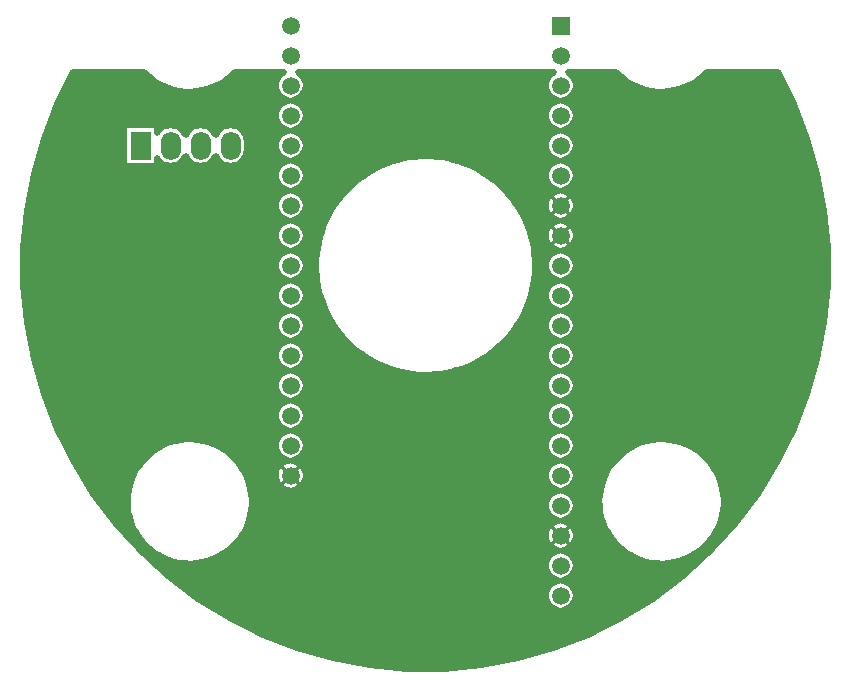
<source format=gbl>
G04 DipTrace 3.2.0.1*
G04 ddssl.GBL*
%MOIN*%
G04 #@! TF.FileFunction,Copper,L2,Bot*
G04 #@! TF.Part,Single*
G04 #@! TA.AperFunction,CopperBalancing*
%ADD14C,0.012992*%
%ADD15C,0.02*%
G04 #@! TA.AperFunction,ComponentPad*
%ADD16C,0.059055*%
%ADD17R,0.059055X0.059055*%
%ADD20R,0.066929X0.094488*%
%ADD21O,0.066929X0.094488*%
G04 #@! TA.AperFunction,ViaPad*
%ADD30C,0.04*%
%FSLAX26Y26*%
G04*
G70*
G90*
G75*
G01*
G04 Bottom*
%LPD*%
D30*
X-800000Y-350000D3*
X-750000Y-250000D3*
X-550000D3*
X-1000000Y-100000D3*
X850000Y-300000D3*
X-1125000Y300000D3*
X-975000Y100000D3*
Y50000D3*
X-825000D3*
X-625000D3*
X-775000Y100000D3*
X-575000D3*
X-1100000Y600000D3*
X0D3*
X1150000D3*
X-1000000Y-350000D3*
X0Y-1300000D3*
X-1300000Y0D3*
X-1050000Y-200000D3*
X1300000Y0D3*
X-400000Y-50000D3*
X-1183404Y624781D2*
D15*
X-917698D1*
X-655224D2*
X-495808D1*
X-404178D2*
X404203D1*
X495797D2*
X655213D1*
X917686D2*
X1182136D1*
X-1193308Y604912D2*
X-887879D1*
X-685045D2*
X-502088D1*
X-397899D2*
X397924D1*
X502076D2*
X685033D1*
X887867D2*
X1192041D1*
X-1203213Y585043D2*
X-836134D1*
X-736753D2*
X-500042D1*
X-399945D2*
X399933D1*
X500067D2*
X736778D1*
X836157D2*
X1201908D1*
X-1213080Y565175D2*
X-488344D1*
X-411678D2*
X411667D1*
X488332D2*
X1211812D1*
X-1222984Y545306D2*
X-473919D1*
X-426068D2*
X426093D1*
X473907D2*
X1221717D1*
X-1231417Y525437D2*
X-495413D1*
X-404573D2*
X404562D1*
X495438D2*
X1230114D1*
X-1239096Y505568D2*
X-502016D1*
X-397971D2*
X397995D1*
X502004D2*
X1237829D1*
X-1246811Y485699D2*
X-500257D1*
X-399730D2*
X399753D1*
X500247D2*
X1245508D1*
X-1254491Y465831D2*
X-1006261D1*
X-893747D2*
X-867353D1*
X-832672D2*
X-767344D1*
X-732663D2*
X-667335D1*
X-632654D2*
X-488954D1*
X-411033D2*
X411058D1*
X488942D2*
X1253223D1*
X-1262206Y445962D2*
X-1006261D1*
X-604304D2*
X-472520D1*
X-427504D2*
X427492D1*
X472508D2*
X1260903D1*
X-1269885Y426093D2*
X-1006261D1*
X-595155D2*
X-495018D1*
X-404969D2*
X404957D1*
X495043D2*
X1268617D1*
X-1275841Y406224D2*
X-1006261D1*
X-593719D2*
X-501944D1*
X-398042D2*
X398067D1*
X501933D2*
X1274538D1*
X-1281475Y386356D2*
X-1006261D1*
X-593719D2*
X-500437D1*
X-399550D2*
X399575D1*
X500425D2*
X1280209D1*
X-1287146Y366487D2*
X-1006261D1*
X-597451D2*
X-489564D1*
X-410458D2*
X410448D1*
X489552D2*
X1285878D1*
X-1292780Y346618D2*
X-1006261D1*
X-810890D2*
X-789089D1*
X-710917D2*
X-689115D1*
X-610908D2*
X-470976D1*
X-429046D2*
X-114646D1*
X114635D2*
X429035D1*
X470965D2*
X1291512D1*
X-1298449Y326749D2*
X-494623D1*
X-405364D2*
X-163449D1*
X163437D2*
X405387D1*
X494613D2*
X1297181D1*
X-1304083Y306881D2*
X-501873D1*
X-398151D2*
X-198615D1*
X198604D2*
X398139D1*
X501861D2*
X1302815D1*
X-1308101Y287012D2*
X-500617D1*
X-399370D2*
X-226640D1*
X226630D2*
X399395D1*
X500605D2*
X1306798D1*
X-1311798Y267143D2*
X-490138D1*
X-409885D2*
X-249929D1*
X249919D2*
X409873D1*
X490127D2*
X1310530D1*
X-1315529Y247274D2*
X-469253D1*
X-430734D2*
X-269738D1*
X269762D2*
X430722D1*
X469278D2*
X1314226D1*
X-1319226Y227406D2*
X-494230D1*
X-405794D2*
X-286819D1*
X286807D2*
X405782D1*
X494218D2*
X1317958D1*
X-1322958Y207537D2*
X-501765D1*
X-398222D2*
X-301602D1*
X301592D2*
X398247D1*
X501753D2*
X1321655D1*
X-1326654Y187668D2*
X-500795D1*
X-399190D2*
X-314413D1*
X314438D2*
X399215D1*
X500785D2*
X1325386D1*
X-1329022Y167799D2*
X-490677D1*
X-409310D2*
X-325538D1*
X325526D2*
X409335D1*
X490665D2*
X1327755D1*
X-1330852Y147930D2*
X-467352D1*
X-432635D2*
X-335083D1*
X335108D2*
X432659D1*
X467340D2*
X1329585D1*
X-1332718Y128062D2*
X-493762D1*
X-406224D2*
X-343228D1*
X343217D2*
X406213D1*
X493787D2*
X1331415D1*
X-1334549Y108193D2*
X-501657D1*
X-398329D2*
X-350046D1*
X350035D2*
X398354D1*
X501646D2*
X1333245D1*
X-1336378Y88324D2*
X-500940D1*
X-399047D2*
X-355609D1*
X355597D2*
X399035D1*
X500963D2*
X1335110D1*
X-1338209Y68455D2*
X-491215D1*
X-408772D2*
X-359987D1*
X359975D2*
X408797D1*
X491203D2*
X1336941D1*
X-1339123Y48587D2*
X-465127D1*
X-434860D2*
X-363217D1*
X363205D2*
X434885D1*
X465115D2*
X1337839D1*
X-1339123Y28718D2*
X-493332D1*
X-406655D2*
X-365333D1*
X365322D2*
X406680D1*
X493320D2*
X1337839D1*
X-1339123Y8849D2*
X-501550D1*
X-398474D2*
X-366337D1*
X366362D2*
X398462D1*
X501538D2*
X1337839D1*
X-1339123Y-11020D2*
X-501119D1*
X-398904D2*
X-366302D1*
X366290D2*
X398892D1*
X501108D2*
X1337839D1*
X-1339123Y-30888D2*
X-491718D1*
X-408269D2*
X-365154D1*
X365142D2*
X408259D1*
X491741D2*
X1337839D1*
X-1339123Y-50757D2*
X-462400D1*
X-437623D2*
X-362892D1*
X362917D2*
X437612D1*
X462388D2*
X1337839D1*
X-1338604Y-70626D2*
X-492866D1*
X-407121D2*
X-359555D1*
X359545D2*
X407146D1*
X492854D2*
X1337336D1*
X-1336773Y-90495D2*
X-501406D1*
X-398581D2*
X-355034D1*
X355059D2*
X398570D1*
X501430D2*
X1335505D1*
X-1334942Y-110364D2*
X-501262D1*
X-398760D2*
X-349365D1*
X349353D2*
X398749D1*
X501251D2*
X1333639D1*
X-1333113Y-130232D2*
X-492219D1*
X-407768D2*
X-342403D1*
X342391D2*
X407756D1*
X492244D2*
X1331810D1*
X-1331247Y-150101D2*
X-458560D1*
X-441467D2*
X-334114D1*
X334102D2*
X441451D1*
X458567D2*
X1329979D1*
X-1329417Y-169970D2*
X-492399D1*
X-407623D2*
X-324390D1*
X324413D2*
X407613D1*
X492387D2*
X1328150D1*
X-1327444Y-189839D2*
X-501298D1*
X-398724D2*
X-313122D1*
X313110D2*
X398713D1*
X501287D2*
X1326176D1*
X-1323747Y-209707D2*
X-501370D1*
X-398617D2*
X-300096D1*
X300084D2*
X398605D1*
X501395D2*
X1322444D1*
X-1320014Y-229576D2*
X-492722D1*
X-407265D2*
X-285060D1*
X285084D2*
X407289D1*
X492710D2*
X1318748D1*
X-1316319Y-249445D2*
X-461395D1*
X-438627D2*
X-267728D1*
X267717D2*
X438617D1*
X461383D2*
X1315016D1*
X-1312587Y-269314D2*
X-491896D1*
X-408126D2*
X-247562D1*
X247550D2*
X408114D1*
X491886D2*
X1311320D1*
X-1308891Y-289182D2*
X-501155D1*
X-398832D2*
X-223841D1*
X223831D2*
X398857D1*
X501143D2*
X1307588D1*
X-1305159Y-309051D2*
X-501513D1*
X-398509D2*
X-195171D1*
X195194D2*
X398497D1*
X501503D2*
X1303891D1*
X-1299669Y-328920D2*
X-493189D1*
X-406798D2*
X-158999D1*
X158988D2*
X406823D1*
X493177D2*
X1298365D1*
X-1293999Y-348789D2*
X-464337D1*
X-435650D2*
X-107720D1*
X107745D2*
X435638D1*
X464362D2*
X1292731D1*
X-1288329Y-368657D2*
X-491394D1*
X-408629D2*
X408617D1*
X491383D2*
X1287062D1*
X-1282696Y-388526D2*
X-501012D1*
X-399012D2*
X399000D1*
X501000D2*
X1281392D1*
X-1277026Y-408395D2*
X-501621D1*
X-398366D2*
X398390D1*
X501610D2*
X1275759D1*
X-1271392Y-428264D2*
X-493655D1*
X-406367D2*
X406357D1*
X493643D2*
X1270089D1*
X-1263820Y-448133D2*
X-466706D1*
X-433316D2*
X433306D1*
X466694D2*
X1262552D1*
X-1256142Y-468001D2*
X-490856D1*
X-409167D2*
X409155D1*
X490845D2*
X1254837D1*
X-1248427Y-487870D2*
X-500832D1*
X-399155D2*
X399143D1*
X500856D2*
X1247159D1*
X-1240747Y-507739D2*
X-501728D1*
X-398259D2*
X398282D1*
X501718D2*
X1239444D1*
X-1233031Y-527608D2*
X-494085D1*
X-405937D2*
X405925D1*
X494073D2*
X1231764D1*
X-1225101Y-547476D2*
X-468715D1*
X-431307D2*
X431295D1*
X468703D2*
X1223798D1*
X-1215197Y-567345D2*
X-490282D1*
X-409705D2*
X409693D1*
X490306D2*
X1213930D1*
X-1205293Y-587214D2*
X-844530D1*
X-728392D2*
X-500688D1*
X-399335D2*
X399323D1*
X500677D2*
X728381D1*
X844520D2*
X1204026D1*
X-1195425Y-607083D2*
X-891718D1*
X-681169D2*
X-501836D1*
X-398186D2*
X398175D1*
X501825D2*
X681193D1*
X891743D2*
X1194122D1*
X-1185521Y-626951D2*
X-920354D1*
X-652533D2*
X-494516D1*
X-405507D2*
X405495D1*
X494505D2*
X652558D1*
X920378D2*
X1184253D1*
X-1175617Y-646820D2*
X-941239D1*
X-631685D2*
X-470474D1*
X-429549D2*
X429538D1*
X470462D2*
X631673D1*
X941227D2*
X1174349D1*
X-1164457Y-666689D2*
X-957278D1*
X-615644D2*
X-489744D1*
X-410280D2*
X410268D1*
X489732D2*
X615633D1*
X957268D2*
X1163190D1*
X-1152148Y-686558D2*
X-969731D1*
X-603193D2*
X-500509D1*
X-399514D2*
X399503D1*
X500497D2*
X603181D1*
X969719D2*
X1150882D1*
X-1139840Y-706427D2*
X-979348D1*
X-593576D2*
X-501908D1*
X-398079D2*
X398067D1*
X501933D2*
X593564D1*
X979336D2*
X1138573D1*
X-1127568Y-726295D2*
X-986488D1*
X-586399D2*
X-494911D1*
X-405076D2*
X405100D1*
X494899D2*
X586423D1*
X986513D2*
X1126265D1*
X-1115260Y-746164D2*
X-991476D1*
X-581446D2*
X-472052D1*
X-427970D2*
X427958D1*
X472041D2*
X581436D1*
X991465D2*
X1113957D1*
X-1102341Y-766033D2*
X-994419D1*
X-578469D2*
X410878D1*
X489122D2*
X578492D1*
X994444D2*
X1101075D1*
X-1087343Y-785902D2*
X-995424D1*
X-577463D2*
X399682D1*
X500318D2*
X577488D1*
X995448D2*
X1086075D1*
X-1072343Y-805770D2*
X-994526D1*
X-578361D2*
X397995D1*
X502004D2*
X578385D1*
X994551D2*
X1071039D1*
X-1057343Y-825639D2*
X-991692D1*
X-581231D2*
X404706D1*
X495294D2*
X581220D1*
X991680D2*
X1056039D1*
X-1042344Y-845508D2*
X-986848D1*
X-586076D2*
X426524D1*
X473476D2*
X586064D1*
X986836D2*
X1041039D1*
X-1026554Y-865377D2*
X-979814D1*
X-593109D2*
X411488D1*
X488512D2*
X593097D1*
X979802D2*
X1025287D1*
X-1008433Y-885245D2*
X-970340D1*
X-602583D2*
X399898D1*
X500102D2*
X602571D1*
X970329D2*
X1007165D1*
X-990346Y-905114D2*
X-958033D1*
X-614854D2*
X397924D1*
X502076D2*
X614879D1*
X958056D2*
X989043D1*
X-972226Y-924983D2*
X-942243D1*
X-630680D2*
X404311D1*
X495689D2*
X630668D1*
X942232D2*
X970923D1*
X-954104Y-944852D2*
X-921681D1*
X-651206D2*
X425160D1*
X474840D2*
X651230D1*
X921706D2*
X952836D1*
X-933650Y-964720D2*
X-893656D1*
X-679266D2*
X412098D1*
X487902D2*
X679291D1*
X893644D2*
X932383D1*
X-911869Y-984589D2*
X-848335D1*
X-724589D2*
X400076D1*
X499924D2*
X724577D1*
X848323D2*
X910566D1*
X-890051Y-1004458D2*
X397887D1*
X502112D2*
X888783D1*
X-868269Y-1024327D2*
X403951D1*
X496047D2*
X867001D1*
X-844513Y-1044196D2*
X423940D1*
X476060D2*
X843247D1*
X-818210Y-1064064D2*
X412780D1*
X487220D2*
X816907D1*
X-791907Y-1083933D2*
X400291D1*
X499707D2*
X790604D1*
X-765568Y-1103802D2*
X397816D1*
X502184D2*
X764301D1*
X-735390Y-1123671D2*
X403593D1*
X496407D2*
X734087D1*
X-703273Y-1143539D2*
X422756D1*
X477244D2*
X702007D1*
X-671193Y-1163408D2*
X669925D1*
X-636063Y-1183277D2*
X634795D1*
X-596159Y-1203146D2*
X594892D1*
X-556256Y-1223014D2*
X554988D1*
X-509427Y-1242883D2*
X508123D1*
X-458113Y-1262752D2*
X456845D1*
X-400231Y-1282621D2*
X398965D1*
X-330402Y-1302490D2*
X329134D1*
X-236923Y-1322358D2*
X235655D1*
X-76341Y-1342227D2*
X75038D1*
X-399828Y596051D2*
X-401063Y588251D1*
X-403504Y580740D1*
X-407089Y573703D1*
X-411731Y567315D1*
X-417315Y561731D1*
X-423703Y557089D1*
X-430740Y553504D1*
X-438251Y551063D1*
X-444442Y550018D1*
X-438251Y548937D1*
X-430740Y546496D1*
X-423703Y542911D1*
X-417315Y538269D1*
X-411731Y532685D1*
X-407089Y526297D1*
X-403504Y519260D1*
X-401063Y511749D1*
X-399828Y503949D1*
Y496051D1*
X-401063Y488251D1*
X-403504Y480740D1*
X-407089Y473703D1*
X-411731Y467315D1*
X-417315Y461731D1*
X-423703Y457089D1*
X-430740Y453504D1*
X-438251Y451063D1*
X-444442Y450018D1*
X-438251Y448937D1*
X-430740Y446496D1*
X-423703Y442911D1*
X-417315Y438269D1*
X-411731Y432685D1*
X-407089Y426297D1*
X-403504Y419260D1*
X-401063Y411749D1*
X-399828Y403949D1*
Y396051D1*
X-401063Y388251D1*
X-403504Y380740D1*
X-407089Y373703D1*
X-411731Y367315D1*
X-417315Y361731D1*
X-423703Y357089D1*
X-430740Y353504D1*
X-438251Y351063D1*
X-444442Y350018D1*
X-438251Y348937D1*
X-430740Y346496D1*
X-423703Y342911D1*
X-417315Y338269D1*
X-411731Y332685D1*
X-407089Y326297D1*
X-403504Y319260D1*
X-401063Y311749D1*
X-399828Y303949D1*
Y296051D1*
X-401063Y288251D1*
X-403504Y280740D1*
X-407089Y273703D1*
X-411731Y267315D1*
X-417315Y261731D1*
X-423703Y257089D1*
X-430740Y253504D1*
X-438251Y251063D1*
X-444442Y250018D1*
X-438251Y248937D1*
X-430740Y246496D1*
X-423703Y242911D1*
X-417315Y238269D1*
X-411731Y232685D1*
X-407089Y226297D1*
X-403504Y219260D1*
X-401063Y211749D1*
X-399828Y203949D1*
Y196051D1*
X-401063Y188251D1*
X-403504Y180740D1*
X-407089Y173703D1*
X-411731Y167315D1*
X-417315Y161731D1*
X-423703Y157089D1*
X-430740Y153504D1*
X-438251Y151063D1*
X-444442Y150018D1*
X-438251Y148937D1*
X-430740Y146496D1*
X-423703Y142911D1*
X-417315Y138269D1*
X-411731Y132685D1*
X-407089Y126297D1*
X-403504Y119260D1*
X-401063Y111749D1*
X-399828Y103949D1*
Y96051D1*
X-401063Y88251D1*
X-403504Y80740D1*
X-407089Y73703D1*
X-411731Y67315D1*
X-417315Y61731D1*
X-423703Y57089D1*
X-430740Y53504D1*
X-438251Y51063D1*
X-444442Y50018D1*
X-438251Y48937D1*
X-430740Y46496D1*
X-423703Y42911D1*
X-417315Y38269D1*
X-411731Y32685D1*
X-407089Y26297D1*
X-403504Y19260D1*
X-401063Y11749D1*
X-399828Y3949D1*
Y-3949D1*
X-401063Y-11749D1*
X-403504Y-19260D1*
X-407089Y-26297D1*
X-411731Y-32685D1*
X-417315Y-38269D1*
X-423703Y-42911D1*
X-430740Y-46496D1*
X-438251Y-48937D1*
X-444442Y-49982D1*
X-438251Y-51063D1*
X-430740Y-53504D1*
X-423703Y-57089D1*
X-417315Y-61731D1*
X-411731Y-67315D1*
X-407089Y-73703D1*
X-403504Y-80740D1*
X-401063Y-88251D1*
X-399828Y-96051D1*
Y-103949D1*
X-401063Y-111749D1*
X-403504Y-119260D1*
X-407089Y-126297D1*
X-411731Y-132685D1*
X-417315Y-138269D1*
X-423703Y-142911D1*
X-430740Y-146496D1*
X-438251Y-148937D1*
X-444442Y-149982D1*
X-438251Y-151063D1*
X-430740Y-153504D1*
X-423703Y-157089D1*
X-417315Y-161731D1*
X-411731Y-167315D1*
X-407089Y-173703D1*
X-403504Y-180740D1*
X-401063Y-188251D1*
X-399828Y-196051D1*
Y-203949D1*
X-401063Y-211749D1*
X-403504Y-219260D1*
X-407089Y-226297D1*
X-411731Y-232685D1*
X-417315Y-238269D1*
X-423703Y-242911D1*
X-430740Y-246496D1*
X-438251Y-248937D1*
X-444442Y-249982D1*
X-438251Y-251063D1*
X-430740Y-253504D1*
X-423703Y-257089D1*
X-417315Y-261731D1*
X-411731Y-267315D1*
X-407089Y-273703D1*
X-403504Y-280740D1*
X-401063Y-288251D1*
X-399828Y-296051D1*
Y-303949D1*
X-401063Y-311749D1*
X-403504Y-319260D1*
X-407089Y-326297D1*
X-411731Y-332685D1*
X-417315Y-338269D1*
X-423703Y-342911D1*
X-430740Y-346496D1*
X-438251Y-348937D1*
X-444442Y-349982D1*
X-438251Y-351063D1*
X-430740Y-353504D1*
X-423703Y-357089D1*
X-417315Y-361731D1*
X-411731Y-367315D1*
X-407089Y-373703D1*
X-403504Y-380740D1*
X-401063Y-388251D1*
X-399828Y-396051D1*
Y-403949D1*
X-401063Y-411749D1*
X-403504Y-419260D1*
X-407089Y-426297D1*
X-411731Y-432685D1*
X-417315Y-438269D1*
X-423703Y-442911D1*
X-430740Y-446496D1*
X-438251Y-448937D1*
X-444442Y-449982D1*
X-438251Y-451063D1*
X-430740Y-453504D1*
X-423703Y-457089D1*
X-417315Y-461731D1*
X-411731Y-467315D1*
X-407089Y-473703D1*
X-403504Y-480740D1*
X-401063Y-488251D1*
X-399828Y-496051D1*
Y-503949D1*
X-401063Y-511749D1*
X-403504Y-519260D1*
X-407089Y-526297D1*
X-411731Y-532685D1*
X-417315Y-538269D1*
X-423703Y-542911D1*
X-430740Y-546496D1*
X-438251Y-548937D1*
X-444442Y-549982D1*
X-438251Y-551063D1*
X-430740Y-553504D1*
X-423703Y-557089D1*
X-417315Y-561731D1*
X-411731Y-567315D1*
X-407089Y-573703D1*
X-403504Y-580740D1*
X-401063Y-588251D1*
X-399828Y-596051D1*
Y-603949D1*
X-401063Y-611749D1*
X-403504Y-619260D1*
X-407089Y-626297D1*
X-411731Y-632685D1*
X-417315Y-638269D1*
X-423703Y-642911D1*
X-430740Y-646496D1*
X-438251Y-648937D1*
X-444442Y-649982D1*
X-437429Y-651268D1*
X-430471Y-653615D1*
X-423930Y-656950D1*
X-417944Y-661202D1*
X-412639Y-666280D1*
X-408131Y-672075D1*
X-404513Y-678465D1*
X-401864Y-685312D1*
X-400239Y-692472D1*
X-399672Y-700000D1*
X-400209Y-707323D1*
X-401803Y-714490D1*
X-404425Y-721349D1*
X-408016Y-727753D1*
X-412501Y-733567D1*
X-417785Y-738665D1*
X-423753Y-742942D1*
X-430281Y-746303D1*
X-437228Y-748680D1*
X-444448Y-750021D1*
X-451785Y-750295D1*
X-459084Y-749501D1*
X-466190Y-747652D1*
X-472951Y-744789D1*
X-479224Y-740972D1*
X-484875Y-736285D1*
X-489783Y-730824D1*
X-493845Y-724706D1*
X-496974Y-718064D1*
X-499102Y-711037D1*
X-500186Y-703774D1*
X-500201Y-696432D1*
X-499147Y-689165D1*
X-497047Y-682130D1*
X-493948Y-675474D1*
X-489911Y-669340D1*
X-485025Y-663860D1*
X-479392Y-659148D1*
X-473136Y-655306D1*
X-466386Y-652415D1*
X-459287Y-650537D1*
X-455734Y-650001D1*
X-461749Y-648937D1*
X-469260Y-646496D1*
X-476297Y-642911D1*
X-482685Y-638269D1*
X-488269Y-632685D1*
X-492911Y-626297D1*
X-496496Y-619260D1*
X-498937Y-611749D1*
X-500172Y-603949D1*
Y-596051D1*
X-498937Y-588251D1*
X-496496Y-580740D1*
X-492911Y-573703D1*
X-488269Y-567315D1*
X-482685Y-561731D1*
X-476297Y-557089D1*
X-469260Y-553504D1*
X-461749Y-551063D1*
X-455558Y-550018D1*
X-461749Y-548937D1*
X-469260Y-546496D1*
X-476297Y-542911D1*
X-482685Y-538269D1*
X-488269Y-532685D1*
X-492911Y-526297D1*
X-496496Y-519260D1*
X-498937Y-511749D1*
X-500172Y-503949D1*
Y-496051D1*
X-498937Y-488251D1*
X-496496Y-480740D1*
X-492911Y-473703D1*
X-488269Y-467315D1*
X-482685Y-461731D1*
X-476297Y-457089D1*
X-469260Y-453504D1*
X-461749Y-451063D1*
X-455558Y-450018D1*
X-461749Y-448937D1*
X-469260Y-446496D1*
X-476297Y-442911D1*
X-482685Y-438269D1*
X-488269Y-432685D1*
X-492911Y-426297D1*
X-496496Y-419260D1*
X-498937Y-411749D1*
X-500172Y-403949D1*
Y-396051D1*
X-498937Y-388251D1*
X-496496Y-380740D1*
X-492911Y-373703D1*
X-488269Y-367315D1*
X-482685Y-361731D1*
X-476297Y-357089D1*
X-469260Y-353504D1*
X-461749Y-351063D1*
X-455558Y-350018D1*
X-461749Y-348937D1*
X-469260Y-346496D1*
X-476297Y-342911D1*
X-482685Y-338269D1*
X-488269Y-332685D1*
X-492911Y-326297D1*
X-496496Y-319260D1*
X-498937Y-311749D1*
X-500172Y-303949D1*
Y-296051D1*
X-498937Y-288251D1*
X-496496Y-280740D1*
X-492911Y-273703D1*
X-488269Y-267315D1*
X-482685Y-261731D1*
X-476297Y-257089D1*
X-469260Y-253504D1*
X-461749Y-251063D1*
X-455558Y-250018D1*
X-461749Y-248937D1*
X-469260Y-246496D1*
X-476297Y-242911D1*
X-482685Y-238269D1*
X-488269Y-232685D1*
X-492911Y-226297D1*
X-496496Y-219260D1*
X-498937Y-211749D1*
X-500172Y-203949D1*
Y-196051D1*
X-498937Y-188251D1*
X-496496Y-180740D1*
X-492911Y-173703D1*
X-488269Y-167315D1*
X-482685Y-161731D1*
X-476297Y-157089D1*
X-469260Y-153504D1*
X-461749Y-151063D1*
X-455558Y-150018D1*
X-461749Y-148937D1*
X-469260Y-146496D1*
X-476297Y-142911D1*
X-482685Y-138269D1*
X-488269Y-132685D1*
X-492911Y-126297D1*
X-496496Y-119260D1*
X-498937Y-111749D1*
X-500172Y-103949D1*
Y-96051D1*
X-498937Y-88251D1*
X-496496Y-80740D1*
X-492911Y-73703D1*
X-488269Y-67315D1*
X-482685Y-61731D1*
X-476297Y-57089D1*
X-469260Y-53504D1*
X-461749Y-51063D1*
X-455558Y-50018D1*
X-461749Y-48937D1*
X-469260Y-46496D1*
X-476297Y-42911D1*
X-482685Y-38269D1*
X-488269Y-32685D1*
X-492911Y-26297D1*
X-496496Y-19260D1*
X-498937Y-11749D1*
X-500172Y-3949D1*
Y3949D1*
X-498937Y11749D1*
X-496496Y19260D1*
X-492911Y26297D1*
X-488269Y32685D1*
X-482685Y38269D1*
X-476297Y42911D1*
X-469260Y46496D1*
X-461749Y48937D1*
X-455558Y49982D1*
X-461749Y51063D1*
X-469260Y53504D1*
X-476297Y57089D1*
X-482685Y61731D1*
X-488269Y67315D1*
X-492911Y73703D1*
X-496496Y80740D1*
X-498937Y88251D1*
X-500172Y96051D1*
Y103949D1*
X-498937Y111749D1*
X-496496Y119260D1*
X-492911Y126297D1*
X-488269Y132685D1*
X-482685Y138269D1*
X-476297Y142911D1*
X-469260Y146496D1*
X-461749Y148937D1*
X-455558Y149982D1*
X-461749Y151063D1*
X-469260Y153504D1*
X-476297Y157089D1*
X-482685Y161731D1*
X-488269Y167315D1*
X-492911Y173703D1*
X-496496Y180740D1*
X-498937Y188251D1*
X-500172Y196051D1*
Y203949D1*
X-498937Y211749D1*
X-496496Y219260D1*
X-492911Y226297D1*
X-488269Y232685D1*
X-482685Y238269D1*
X-476297Y242911D1*
X-469260Y246496D1*
X-461749Y248937D1*
X-455558Y249982D1*
X-461749Y251063D1*
X-469260Y253504D1*
X-476297Y257089D1*
X-482685Y261731D1*
X-488269Y267315D1*
X-492911Y273703D1*
X-496496Y280740D1*
X-498937Y288251D1*
X-500172Y296051D1*
Y303949D1*
X-498937Y311749D1*
X-496496Y319260D1*
X-492911Y326297D1*
X-488269Y332685D1*
X-482685Y338269D1*
X-476297Y342911D1*
X-469260Y346496D1*
X-461749Y348937D1*
X-455558Y349982D1*
X-461749Y351063D1*
X-469260Y353504D1*
X-476297Y357089D1*
X-482685Y361731D1*
X-488269Y367315D1*
X-492911Y373703D1*
X-496496Y380740D1*
X-498937Y388251D1*
X-500172Y396051D1*
Y403949D1*
X-498937Y411749D1*
X-496496Y419260D1*
X-492911Y426297D1*
X-488269Y432685D1*
X-482685Y438269D1*
X-476297Y442911D1*
X-469260Y446496D1*
X-461749Y448937D1*
X-455558Y449982D1*
X-461749Y451063D1*
X-469260Y453504D1*
X-476297Y457089D1*
X-482685Y461731D1*
X-488269Y467315D1*
X-492911Y473703D1*
X-496496Y480740D1*
X-498937Y488251D1*
X-500172Y496051D1*
Y503949D1*
X-498937Y511749D1*
X-496496Y519260D1*
X-492911Y526297D1*
X-488269Y532685D1*
X-482685Y538269D1*
X-476297Y542911D1*
X-469260Y546496D1*
X-461749Y548937D1*
X-455558Y549982D1*
X-461749Y551063D1*
X-469260Y553504D1*
X-476297Y557089D1*
X-482685Y561731D1*
X-488269Y567315D1*
X-492911Y573703D1*
X-496496Y580740D1*
X-498937Y588251D1*
X-500172Y596051D1*
Y603949D1*
X-498937Y611749D1*
X-496496Y619260D1*
X-492911Y626297D1*
X-488269Y632685D1*
X-482685Y638269D1*
X-476297Y642911D1*
X-473185Y644654D1*
X-635703Y644650D1*
X-648808Y631879D1*
X-663054Y620285D1*
X-678270Y610000D1*
X-694339Y601104D1*
X-711133Y593668D1*
X-728520Y587749D1*
X-746362Y583395D1*
X-764521Y580640D1*
X-782853Y579507D1*
X-801213Y580001D1*
X-819457Y582123D1*
X-837441Y585853D1*
X-855024Y591161D1*
X-872066Y598009D1*
X-888434Y606340D1*
X-904000Y616089D1*
X-918640Y627180D1*
X-932239Y639525D1*
X-937196Y644665D1*
X-1175545Y644650D1*
X-1228223Y538810D1*
X-1272996Y423231D1*
X-1306916Y304013D1*
X-1329690Y182176D1*
X-1341125Y58756D1*
X-1341123Y-65193D1*
X-1329685Y-188613D1*
X-1306908Y-310450D1*
X-1272987Y-429667D1*
X-1228210Y-545245D1*
X-1172959Y-656198D1*
X-1107709Y-761581D1*
X-1033010Y-860493D1*
X-949507Y-952091D1*
X-857907Y-1035592D1*
X-758993Y-1110287D1*
X-653609Y-1175537D1*
X-542654Y-1230783D1*
X-427075Y-1275556D1*
X-307857Y-1309476D1*
X-186020Y-1332251D1*
X-62600Y-1343685D1*
X61349Y-1343684D1*
X184769Y-1332247D1*
X306606Y-1309469D1*
X425823Y-1275547D1*
X541402Y-1230772D1*
X652354Y-1175522D1*
X757738Y-1110270D1*
X856650Y-1035572D1*
X948248Y-952068D1*
X1031749Y-860469D1*
X1106445Y-761555D1*
X1171694Y-656171D1*
X1226941Y-545215D1*
X1271714Y-429636D1*
X1305634Y-310420D1*
X1328408Y-188581D1*
X1339844Y-65161D1*
X1339843Y58786D1*
X1328404Y182207D1*
X1305627Y304045D1*
X1271706Y423261D1*
X1226930Y538840D1*
X1174245Y644639D1*
X937244Y644650D1*
X924105Y631879D1*
X909860Y620285D1*
X894643Y610000D1*
X878575Y601104D1*
X861781Y593668D1*
X844394Y587749D1*
X826551Y583395D1*
X808392Y580640D1*
X790060Y579507D1*
X771701Y580001D1*
X753457Y582123D1*
X735472Y585853D1*
X717890Y591161D1*
X700848Y598009D1*
X684479Y606340D1*
X668913Y616089D1*
X654273Y627180D1*
X640675Y639525D1*
X635718Y644665D1*
X473190Y644650D1*
X479581Y640715D1*
X485587Y635587D1*
X490715Y629581D1*
X494843Y622848D1*
X497865Y615552D1*
X499707Y607873D1*
X500328Y600000D1*
X499707Y592127D1*
X497865Y584448D1*
X494843Y577152D1*
X490715Y570419D1*
X485587Y564413D1*
X479581Y559285D1*
X472848Y555157D1*
X465552Y552135D1*
X457873Y550293D1*
X455558Y550018D1*
X461749Y548937D1*
X469260Y546496D1*
X476297Y542911D1*
X482685Y538269D1*
X488269Y532685D1*
X492911Y526297D1*
X496496Y519260D1*
X498937Y511749D1*
X500172Y503949D1*
Y496051D1*
X498937Y488251D1*
X496496Y480740D1*
X492911Y473703D1*
X488269Y467315D1*
X482685Y461731D1*
X476297Y457089D1*
X469260Y453504D1*
X461749Y451063D1*
X455558Y450018D1*
X461749Y448937D1*
X469260Y446496D1*
X476297Y442911D1*
X482685Y438269D1*
X488269Y432685D1*
X492911Y426297D1*
X496496Y419260D1*
X498937Y411749D1*
X500172Y403949D1*
Y396051D1*
X498937Y388251D1*
X496496Y380740D1*
X492911Y373703D1*
X488269Y367315D1*
X482685Y361731D1*
X476297Y357089D1*
X469260Y353504D1*
X461749Y351063D1*
X455558Y350018D1*
X461749Y348937D1*
X469260Y346496D1*
X476297Y342911D1*
X482685Y338269D1*
X488269Y332685D1*
X492911Y326297D1*
X496496Y319260D1*
X498937Y311749D1*
X500172Y303949D1*
Y296051D1*
X498937Y288251D1*
X496496Y280740D1*
X492911Y273703D1*
X488269Y267315D1*
X482685Y261731D1*
X476297Y257089D1*
X469260Y253504D1*
X461749Y251063D1*
X455558Y250018D1*
X462571Y248732D1*
X469529Y246385D1*
X476070Y243050D1*
X482056Y238798D1*
X487361Y233720D1*
X491869Y227925D1*
X495487Y221535D1*
X498136Y214688D1*
X499761Y207528D1*
X500328Y200000D1*
X499791Y192677D1*
X498197Y185510D1*
X495575Y178651D1*
X491984Y172247D1*
X487499Y166433D1*
X482215Y161335D1*
X476247Y157058D1*
X469719Y153697D1*
X462772Y151320D1*
X455717Y150001D1*
X462571Y148732D1*
X469529Y146385D1*
X476070Y143050D1*
X482056Y138798D1*
X487361Y133720D1*
X491869Y127925D1*
X495487Y121535D1*
X498136Y114688D1*
X499761Y107528D1*
X500328Y100000D1*
X499791Y92677D1*
X498197Y85510D1*
X495575Y78651D1*
X491984Y72247D1*
X487499Y66433D1*
X482215Y61335D1*
X476247Y57058D1*
X469719Y53697D1*
X462772Y51320D1*
X455717Y50001D1*
X461749Y48937D1*
X469260Y46496D1*
X476297Y42911D1*
X482685Y38269D1*
X488269Y32685D1*
X492911Y26297D1*
X496496Y19260D1*
X498937Y11749D1*
X500172Y3949D1*
Y-3949D1*
X498937Y-11749D1*
X496496Y-19260D1*
X492911Y-26297D1*
X488269Y-32685D1*
X482685Y-38269D1*
X476297Y-42911D1*
X469260Y-46496D1*
X461749Y-48937D1*
X455558Y-49982D1*
X461749Y-51063D1*
X469260Y-53504D1*
X476297Y-57089D1*
X482685Y-61731D1*
X488269Y-67315D1*
X492911Y-73703D1*
X496496Y-80740D1*
X498937Y-88251D1*
X500172Y-96051D1*
Y-103949D1*
X498937Y-111749D1*
X496496Y-119260D1*
X492911Y-126297D1*
X488269Y-132685D1*
X482685Y-138269D1*
X476297Y-142911D1*
X469260Y-146496D1*
X461749Y-148937D1*
X455558Y-149982D1*
X461749Y-151063D1*
X469260Y-153504D1*
X476297Y-157089D1*
X482685Y-161731D1*
X488269Y-167315D1*
X492911Y-173703D1*
X496496Y-180740D1*
X498937Y-188251D1*
X500172Y-196051D1*
Y-203949D1*
X498937Y-211749D1*
X496496Y-219260D1*
X492911Y-226297D1*
X488269Y-232685D1*
X482685Y-238269D1*
X476297Y-242911D1*
X469260Y-246496D1*
X461749Y-248937D1*
X455558Y-249982D1*
X461749Y-251063D1*
X469260Y-253504D1*
X476297Y-257089D1*
X482685Y-261731D1*
X488269Y-267315D1*
X492911Y-273703D1*
X496496Y-280740D1*
X498937Y-288251D1*
X500172Y-296051D1*
Y-303949D1*
X498937Y-311749D1*
X496496Y-319260D1*
X492911Y-326297D1*
X488269Y-332685D1*
X482685Y-338269D1*
X476297Y-342911D1*
X469260Y-346496D1*
X461749Y-348937D1*
X455558Y-349982D1*
X461749Y-351063D1*
X469260Y-353504D1*
X476297Y-357089D1*
X482685Y-361731D1*
X488269Y-367315D1*
X492911Y-373703D1*
X496496Y-380740D1*
X498937Y-388251D1*
X500172Y-396051D1*
Y-403949D1*
X498937Y-411749D1*
X496496Y-419260D1*
X492911Y-426297D1*
X488269Y-432685D1*
X482685Y-438269D1*
X476297Y-442911D1*
X469260Y-446496D1*
X461749Y-448937D1*
X455558Y-449982D1*
X461749Y-451063D1*
X469260Y-453504D1*
X476297Y-457089D1*
X482685Y-461731D1*
X488269Y-467315D1*
X492911Y-473703D1*
X496496Y-480740D1*
X498937Y-488251D1*
X500172Y-496051D1*
Y-503949D1*
X498937Y-511749D1*
X496496Y-519260D1*
X492911Y-526297D1*
X488269Y-532685D1*
X482685Y-538269D1*
X476297Y-542911D1*
X469260Y-546496D1*
X461749Y-548937D1*
X455558Y-549982D1*
X461749Y-551063D1*
X469260Y-553504D1*
X476297Y-557089D1*
X482685Y-561731D1*
X488269Y-567315D1*
X492911Y-573703D1*
X496496Y-580740D1*
X498937Y-588251D1*
X500172Y-596051D1*
Y-603949D1*
X498937Y-611749D1*
X496496Y-619260D1*
X492911Y-626297D1*
X488269Y-632685D1*
X482685Y-638269D1*
X476297Y-642911D1*
X469260Y-646496D1*
X461749Y-648937D1*
X455558Y-649982D1*
X461749Y-651063D1*
X469260Y-653504D1*
X476297Y-657089D1*
X482685Y-661731D1*
X488269Y-667315D1*
X492911Y-673703D1*
X496496Y-680740D1*
X498937Y-688251D1*
X500172Y-696051D1*
Y-703949D1*
X498937Y-711749D1*
X496496Y-719260D1*
X492911Y-726297D1*
X488269Y-732685D1*
X482685Y-738269D1*
X476297Y-742911D1*
X469260Y-746496D1*
X461749Y-748937D1*
X455558Y-749982D1*
X461749Y-751063D1*
X469260Y-753504D1*
X476297Y-757089D1*
X482685Y-761731D1*
X488269Y-767315D1*
X492911Y-773703D1*
X496496Y-780740D1*
X498937Y-788251D1*
X500172Y-796051D1*
Y-803949D1*
X498937Y-811749D1*
X496496Y-819260D1*
X492911Y-826297D1*
X488269Y-832685D1*
X482685Y-838269D1*
X476297Y-842911D1*
X469260Y-846496D1*
X461749Y-848937D1*
X455558Y-849982D1*
X462571Y-851268D1*
X469529Y-853615D1*
X476070Y-856950D1*
X482056Y-861202D1*
X487361Y-866280D1*
X491869Y-872075D1*
X495487Y-878465D1*
X498136Y-885312D1*
X499761Y-892472D1*
X500328Y-900000D1*
X499791Y-907323D1*
X498197Y-914490D1*
X495575Y-921349D1*
X491984Y-927753D1*
X487499Y-933567D1*
X482215Y-938665D1*
X476247Y-942942D1*
X469719Y-946303D1*
X462772Y-948680D1*
X455717Y-949999D1*
X461749Y-951063D1*
X469260Y-953504D1*
X476297Y-957089D1*
X482685Y-961731D1*
X488269Y-967315D1*
X492911Y-973703D1*
X496496Y-980740D1*
X498937Y-988251D1*
X500172Y-996051D1*
Y-1003949D1*
X498937Y-1011749D1*
X496496Y-1019260D1*
X492911Y-1026297D1*
X488269Y-1032685D1*
X482685Y-1038269D1*
X476297Y-1042911D1*
X469260Y-1046496D1*
X461749Y-1048937D1*
X455558Y-1049982D1*
X461749Y-1051063D1*
X469260Y-1053504D1*
X476297Y-1057089D1*
X482685Y-1061731D1*
X488269Y-1067315D1*
X492911Y-1073703D1*
X496496Y-1080740D1*
X498937Y-1088251D1*
X500172Y-1096051D1*
Y-1103949D1*
X498937Y-1111749D1*
X496496Y-1119260D1*
X492911Y-1126297D1*
X488269Y-1132685D1*
X482685Y-1138269D1*
X476297Y-1142911D1*
X469260Y-1146496D1*
X461749Y-1148937D1*
X453949Y-1150172D1*
X446051D1*
X438251Y-1148937D1*
X430740Y-1146496D1*
X423703Y-1142911D1*
X417315Y-1138269D1*
X411731Y-1132685D1*
X407089Y-1126297D1*
X403504Y-1119260D1*
X401063Y-1111749D1*
X399828Y-1103949D1*
Y-1096051D1*
X401063Y-1088251D1*
X403504Y-1080740D1*
X407089Y-1073703D1*
X411731Y-1067315D1*
X417315Y-1061731D1*
X423703Y-1057089D1*
X430740Y-1053504D1*
X438251Y-1051063D1*
X444442Y-1050018D1*
X438251Y-1048937D1*
X430740Y-1046496D1*
X423703Y-1042911D1*
X417315Y-1038269D1*
X411731Y-1032685D1*
X407089Y-1026297D1*
X403504Y-1019260D1*
X401063Y-1011749D1*
X399828Y-1003949D1*
Y-996051D1*
X401063Y-988251D1*
X403504Y-980740D1*
X407089Y-973703D1*
X411731Y-967315D1*
X417315Y-961731D1*
X423703Y-957089D1*
X430740Y-953504D1*
X438251Y-951063D1*
X444442Y-950018D1*
X437328Y-948706D1*
X430377Y-946344D1*
X423843Y-942996D1*
X417865Y-938732D1*
X412571Y-933643D1*
X408073Y-927840D1*
X404469Y-921442D1*
X401833Y-914589D1*
X400223Y-907425D1*
X399672Y-900104D1*
X400193Y-892780D1*
X401774Y-885609D1*
X404381Y-878745D1*
X407959Y-872333D1*
X412433Y-866510D1*
X417705Y-861400D1*
X423665Y-857113D1*
X430186Y-853738D1*
X437129Y-851346D1*
X444266Y-850001D1*
X438251Y-848937D1*
X430740Y-846496D1*
X423703Y-842911D1*
X417315Y-838269D1*
X411731Y-832685D1*
X407089Y-826297D1*
X403504Y-819260D1*
X401063Y-811749D1*
X399828Y-803949D1*
Y-796051D1*
X401063Y-788251D1*
X403504Y-780740D1*
X407089Y-773703D1*
X411731Y-767315D1*
X417315Y-761731D1*
X423703Y-757089D1*
X430740Y-753504D1*
X438251Y-751063D1*
X444442Y-750018D1*
X438251Y-748937D1*
X430740Y-746496D1*
X423703Y-742911D1*
X417315Y-738269D1*
X411731Y-732685D1*
X407089Y-726297D1*
X403504Y-719260D1*
X401063Y-711749D1*
X399828Y-703949D1*
Y-696051D1*
X401063Y-688251D1*
X403504Y-680740D1*
X407089Y-673703D1*
X411731Y-667315D1*
X417315Y-661731D1*
X423703Y-657089D1*
X430740Y-653504D1*
X438251Y-651063D1*
X444442Y-650018D1*
X438251Y-648937D1*
X430740Y-646496D1*
X423703Y-642911D1*
X417315Y-638269D1*
X411731Y-632685D1*
X407089Y-626297D1*
X403504Y-619260D1*
X401063Y-611749D1*
X399828Y-603949D1*
Y-596051D1*
X401063Y-588251D1*
X403504Y-580740D1*
X407089Y-573703D1*
X411731Y-567315D1*
X417315Y-561731D1*
X423703Y-557089D1*
X430740Y-553504D1*
X438251Y-551063D1*
X444442Y-550018D1*
X438251Y-548937D1*
X430740Y-546496D1*
X423703Y-542911D1*
X417315Y-538269D1*
X411731Y-532685D1*
X407089Y-526297D1*
X403504Y-519260D1*
X401063Y-511749D1*
X399828Y-503949D1*
Y-496051D1*
X401063Y-488251D1*
X403504Y-480740D1*
X407089Y-473703D1*
X411731Y-467315D1*
X417315Y-461731D1*
X423703Y-457089D1*
X430740Y-453504D1*
X438251Y-451063D1*
X444442Y-450018D1*
X438251Y-448937D1*
X430740Y-446496D1*
X423703Y-442911D1*
X417315Y-438269D1*
X411731Y-432685D1*
X407089Y-426297D1*
X403504Y-419260D1*
X401063Y-411749D1*
X399828Y-403949D1*
Y-396051D1*
X401063Y-388251D1*
X403504Y-380740D1*
X407089Y-373703D1*
X411731Y-367315D1*
X417315Y-361731D1*
X423703Y-357089D1*
X430740Y-353504D1*
X438251Y-351063D1*
X444442Y-350018D1*
X438251Y-348937D1*
X430740Y-346496D1*
X423703Y-342911D1*
X417315Y-338269D1*
X411731Y-332685D1*
X407089Y-326297D1*
X403504Y-319260D1*
X401063Y-311749D1*
X399828Y-303949D1*
Y-296051D1*
X401063Y-288251D1*
X403504Y-280740D1*
X407089Y-273703D1*
X411731Y-267315D1*
X417315Y-261731D1*
X423703Y-257089D1*
X430740Y-253504D1*
X438251Y-251063D1*
X444442Y-250018D1*
X438251Y-248937D1*
X430740Y-246496D1*
X423703Y-242911D1*
X417315Y-238269D1*
X411731Y-232685D1*
X407089Y-226297D1*
X403504Y-219260D1*
X401063Y-211749D1*
X399828Y-203949D1*
Y-196051D1*
X401063Y-188251D1*
X403504Y-180740D1*
X407089Y-173703D1*
X411731Y-167315D1*
X417315Y-161731D1*
X423703Y-157089D1*
X430740Y-153504D1*
X438251Y-151063D1*
X444442Y-150018D1*
X438251Y-148937D1*
X430740Y-146496D1*
X423703Y-142911D1*
X417315Y-138269D1*
X411731Y-132685D1*
X407089Y-126297D1*
X403504Y-119260D1*
X401063Y-111749D1*
X399828Y-103949D1*
Y-96051D1*
X401063Y-88251D1*
X403504Y-80740D1*
X407089Y-73703D1*
X411731Y-67315D1*
X417315Y-61731D1*
X423703Y-57089D1*
X430740Y-53504D1*
X438251Y-51063D1*
X444442Y-50018D1*
X438251Y-48937D1*
X430740Y-46496D1*
X423703Y-42911D1*
X417315Y-38269D1*
X411731Y-32685D1*
X407089Y-26297D1*
X403504Y-19260D1*
X401063Y-11749D1*
X399828Y-3949D1*
Y3949D1*
X401063Y11749D1*
X403504Y19260D1*
X407089Y26297D1*
X411731Y32685D1*
X417315Y38269D1*
X423703Y42911D1*
X430740Y46496D1*
X438251Y48937D1*
X444442Y49982D1*
X437328Y51294D1*
X430377Y53656D1*
X423843Y57004D1*
X417865Y61268D1*
X412571Y66357D1*
X408073Y72160D1*
X404469Y78558D1*
X401833Y85411D1*
X400223Y92575D1*
X399672Y99896D1*
X400193Y107220D1*
X401774Y114391D1*
X404381Y121255D1*
X407959Y127667D1*
X412433Y133490D1*
X417705Y138600D1*
X423665Y142887D1*
X430186Y146262D1*
X437129Y148654D1*
X444266Y149999D1*
X437328Y151294D1*
X430377Y153656D1*
X423843Y157004D1*
X417865Y161268D1*
X412571Y166357D1*
X408073Y172160D1*
X404469Y178558D1*
X401833Y185411D1*
X400223Y192575D1*
X399672Y199896D1*
X400193Y207220D1*
X401774Y214391D1*
X404381Y221255D1*
X407959Y227667D1*
X412433Y233490D1*
X417705Y238600D1*
X423665Y242887D1*
X430186Y246262D1*
X437129Y248654D1*
X444266Y249999D1*
X438251Y251063D1*
X430740Y253504D1*
X423703Y257089D1*
X417315Y261731D1*
X411731Y267315D1*
X407089Y273703D1*
X403504Y280740D1*
X401063Y288251D1*
X399828Y296051D1*
Y303949D1*
X401063Y311749D1*
X403504Y319260D1*
X407089Y326297D1*
X411731Y332685D1*
X417315Y338269D1*
X423703Y342911D1*
X430740Y346496D1*
X438251Y348937D1*
X444442Y349982D1*
X438251Y351063D1*
X430740Y353504D1*
X423703Y357089D1*
X417315Y361731D1*
X411731Y367315D1*
X407089Y373703D1*
X403504Y380740D1*
X401063Y388251D1*
X399828Y396051D1*
Y403949D1*
X401063Y411749D1*
X403504Y419260D1*
X407089Y426297D1*
X411731Y432685D1*
X417315Y438269D1*
X423703Y442911D1*
X430740Y446496D1*
X438251Y448937D1*
X444442Y449982D1*
X438251Y451063D1*
X430740Y453504D1*
X423703Y457089D1*
X417315Y461731D1*
X411731Y467315D1*
X407089Y473703D1*
X403504Y480740D1*
X401063Y488251D1*
X399828Y496051D1*
Y503949D1*
X401063Y511749D1*
X403504Y519260D1*
X407089Y526297D1*
X411731Y532685D1*
X417315Y538269D1*
X423703Y542911D1*
X430740Y546496D1*
X438251Y548937D1*
X444442Y549982D1*
X438251Y551063D1*
X430740Y553504D1*
X423703Y557089D1*
X417315Y561731D1*
X411731Y567315D1*
X407089Y573703D1*
X403504Y580740D1*
X401063Y588251D1*
X399828Y596051D1*
Y603949D1*
X401063Y611749D1*
X403504Y619260D1*
X407089Y626297D1*
X411731Y632685D1*
X417315Y638269D1*
X423703Y642911D1*
X426815Y644654D1*
X-426785Y644650D1*
X-420419Y640715D1*
X-414413Y635587D1*
X-409285Y629581D1*
X-405157Y622848D1*
X-402135Y615552D1*
X-400293Y607873D1*
X-399672Y600000D1*
X-399828Y596051D1*
X364346Y-9185D2*
X363420Y-27533D1*
X361571Y-45810D1*
X358804Y-63971D1*
X355125Y-81970D1*
X350543Y-99760D1*
X345071Y-117297D1*
X338722Y-134535D1*
X331513Y-151433D1*
X323461Y-167945D1*
X314588Y-184030D1*
X304915Y-199648D1*
X294467Y-214760D1*
X283272Y-229324D1*
X271356Y-243307D1*
X258752Y-256672D1*
X245490Y-269383D1*
X231604Y-281411D1*
X217129Y-292724D1*
X202104Y-303293D1*
X186564Y-313092D1*
X170550Y-322094D1*
X154104Y-330280D1*
X137265Y-337625D1*
X120079Y-344113D1*
X102587Y-349727D1*
X84833Y-354451D1*
X66865Y-358276D1*
X48727Y-361190D1*
X30465Y-363186D1*
X12126Y-364260D1*
X-6244Y-364408D1*
X-24598Y-363631D1*
X-42891Y-361929D1*
X-61073Y-359308D1*
X-79101Y-355774D1*
X-96928Y-351337D1*
X-114508Y-346007D1*
X-131798Y-339797D1*
X-148752Y-332724D1*
X-165329Y-324806D1*
X-181486Y-316063D1*
X-197181Y-306516D1*
X-212375Y-296190D1*
X-227030Y-285113D1*
X-241109Y-273311D1*
X-254575Y-260815D1*
X-267394Y-247656D1*
X-279533Y-233867D1*
X-290962Y-219484D1*
X-301652Y-204545D1*
X-311576Y-189085D1*
X-320707Y-173144D1*
X-329025Y-156764D1*
X-336507Y-139986D1*
X-343133Y-122852D1*
X-348887Y-105406D1*
X-353755Y-87692D1*
X-357724Y-69755D1*
X-360785Y-51640D1*
X-362929Y-33395D1*
X-364151Y-15066D1*
X-364448Y3303D1*
X-363818Y21663D1*
X-362264Y39969D1*
X-359790Y58171D1*
X-356402Y76227D1*
X-352108Y94089D1*
X-346920Y111711D1*
X-340849Y129051D1*
X-333913Y146062D1*
X-326130Y162702D1*
X-317517Y178929D1*
X-308097Y194701D1*
X-297895Y209978D1*
X-286936Y224722D1*
X-275248Y238895D1*
X-262861Y252461D1*
X-249806Y265386D1*
X-236115Y277636D1*
X-221825Y289181D1*
X-206972Y299991D1*
X-191593Y310039D1*
X-175727Y319301D1*
X-159415Y327749D1*
X-142697Y335365D1*
X-125617Y342130D1*
X-108218Y348025D1*
X-90543Y353035D1*
X-72640Y357150D1*
X-54551Y360357D1*
X-36324Y362647D1*
X-18004Y364017D1*
X361Y364462D1*
X18726Y363980D1*
X37043Y362575D1*
X55265Y360248D1*
X73348Y357005D1*
X91244Y352856D1*
X108908Y347810D1*
X126295Y341881D1*
X143362Y335081D1*
X160064Y327432D1*
X176360Y318951D1*
X192207Y309659D1*
X207567Y299580D1*
X222399Y288740D1*
X236665Y277168D1*
X250332Y264890D1*
X263361Y251940D1*
X275722Y238349D1*
X287382Y224152D1*
X298311Y209387D1*
X308483Y194089D1*
X317871Y178299D1*
X326451Y162055D1*
X334203Y145399D1*
X341105Y128374D1*
X347140Y111024D1*
X352294Y93391D1*
X356552Y75520D1*
X359904Y57458D1*
X362343Y39249D1*
X363860Y20941D1*
X364462Y0D1*
X364346Y-9185D1*
X993235Y-795640D2*
X991606Y-813934D1*
X988362Y-832012D1*
X983529Y-849732D1*
X977144Y-866953D1*
X969257Y-883539D1*
X959932Y-899362D1*
X949240Y-914297D1*
X937266Y-928223D1*
X924105Y-941034D1*
X909860Y-952629D1*
X894643Y-962913D1*
X878575Y-971810D1*
X861781Y-979245D1*
X844394Y-985164D1*
X826551Y-989518D1*
X808392Y-992273D1*
X790060Y-993407D1*
X771701Y-992912D1*
X753457Y-990790D1*
X735472Y-987060D1*
X717890Y-981752D1*
X700848Y-974904D1*
X684479Y-966573D1*
X668913Y-956824D1*
X654273Y-945734D1*
X640675Y-933388D1*
X628223Y-919886D1*
X617017Y-905333D1*
X607146Y-889845D1*
X598688Y-873542D1*
X591706Y-856554D1*
X586259Y-839014D1*
X582388Y-821060D1*
X580123Y-802833D1*
X579484Y-784478D1*
X580475Y-766138D1*
X583087Y-747958D1*
X587301Y-730081D1*
X593083Y-712648D1*
X600387Y-695797D1*
X609156Y-679659D1*
X619322Y-664361D1*
X630803Y-650026D1*
X643510Y-636765D1*
X657343Y-624682D1*
X672193Y-613873D1*
X687941Y-604424D1*
X704466Y-596407D1*
X721636Y-589887D1*
X739318Y-584915D1*
X757370Y-581529D1*
X775651Y-579757D1*
X794017Y-579613D1*
X812323Y-581097D1*
X830427Y-584199D1*
X848182Y-588894D1*
X865454Y-595143D1*
X882102Y-602899D1*
X897997Y-612101D1*
X913014Y-622675D1*
X927035Y-634539D1*
X939949Y-647600D1*
X951655Y-661753D1*
X962059Y-676888D1*
X971080Y-692887D1*
X978648Y-709622D1*
X984703Y-726962D1*
X989197Y-744770D1*
X992094Y-762907D1*
X993373Y-781228D1*
X993235Y-795640D1*
X-579678D2*
X-581307Y-813934D1*
X-584551Y-832012D1*
X-589385Y-849732D1*
X-595769Y-866953D1*
X-603656Y-883539D1*
X-612982Y-899362D1*
X-623673Y-914297D1*
X-635647Y-928223D1*
X-648808Y-941034D1*
X-663054Y-952629D1*
X-678270Y-962913D1*
X-694339Y-971810D1*
X-711133Y-979245D1*
X-728520Y-985164D1*
X-746362Y-989518D1*
X-764521Y-992273D1*
X-782853Y-993407D1*
X-801213Y-992912D1*
X-819457Y-990790D1*
X-837441Y-987060D1*
X-855024Y-981752D1*
X-872066Y-974904D1*
X-888434Y-966573D1*
X-904000Y-956824D1*
X-918640Y-945734D1*
X-932239Y-933388D1*
X-944690Y-919886D1*
X-955896Y-905333D1*
X-965768Y-889845D1*
X-974226Y-873542D1*
X-981207Y-856554D1*
X-986655Y-839014D1*
X-990525Y-821060D1*
X-992790Y-802833D1*
X-993429Y-784478D1*
X-992438Y-766138D1*
X-989827Y-747958D1*
X-985613Y-730081D1*
X-979831Y-712648D1*
X-972526Y-695797D1*
X-963757Y-679659D1*
X-953592Y-664361D1*
X-942110Y-650026D1*
X-929403Y-636765D1*
X-915571Y-624682D1*
X-900720Y-613873D1*
X-884972Y-604424D1*
X-868448Y-596407D1*
X-851277Y-589887D1*
X-833596Y-584915D1*
X-815543Y-581529D1*
X-797262Y-579757D1*
X-778896Y-579613D1*
X-760591Y-581097D1*
X-742487Y-584199D1*
X-724731Y-588894D1*
X-707459Y-595143D1*
X-690811Y-602899D1*
X-674916Y-612101D1*
X-659899Y-622675D1*
X-645878Y-634539D1*
X-632965Y-647600D1*
X-621259Y-661753D1*
X-610854Y-676888D1*
X-601833Y-692887D1*
X-594265Y-709622D1*
X-588210Y-726962D1*
X-583717Y-744770D1*
X-580819Y-762907D1*
X-579541Y-781228D1*
X-579678Y-795640D1*
X-995079Y468045D2*
X-895735D1*
Y442961D1*
X-891262Y449021D1*
X-885241Y455042D1*
X-878353Y460047D1*
X-870766Y463913D1*
X-862668Y466545D1*
X-854257Y467877D1*
X-845743D1*
X-837332Y466545D1*
X-829234Y463913D1*
X-821647Y460047D1*
X-814759Y455042D1*
X-808738Y449021D1*
X-803732Y442133D1*
X-800012Y434864D1*
X-796268Y442133D1*
X-791262Y449021D1*
X-785241Y455042D1*
X-778353Y460047D1*
X-770766Y463913D1*
X-762668Y466545D1*
X-754257Y467877D1*
X-745743D1*
X-737332Y466545D1*
X-729234Y463913D1*
X-721647Y460047D1*
X-714759Y455042D1*
X-708738Y449021D1*
X-703732Y442133D1*
X-700012Y434864D1*
X-696268Y442133D1*
X-691262Y449021D1*
X-685241Y455042D1*
X-678353Y460047D1*
X-670766Y463913D1*
X-662668Y466545D1*
X-654257Y467877D1*
X-645743D1*
X-637332Y466545D1*
X-629234Y463913D1*
X-621647Y460047D1*
X-614759Y455042D1*
X-608738Y449021D1*
X-603732Y442133D1*
X-599866Y434546D1*
X-597235Y426448D1*
X-595903Y418037D1*
X-595735Y395407D1*
X-595903Y381963D1*
X-597235Y373552D1*
X-599866Y365454D1*
X-603732Y357867D1*
X-608738Y350979D1*
X-614759Y344958D1*
X-621647Y339953D1*
X-629234Y336087D1*
X-637332Y333455D1*
X-645743Y332123D1*
X-654257D1*
X-662668Y333455D1*
X-670766Y336087D1*
X-678353Y339953D1*
X-685241Y344958D1*
X-691262Y350979D1*
X-696268Y357867D1*
X-699988Y365136D1*
X-703732Y357867D1*
X-708738Y350979D1*
X-714759Y344958D1*
X-721647Y339953D1*
X-729234Y336087D1*
X-737332Y333455D1*
X-745743Y332123D1*
X-754257D1*
X-762668Y333455D1*
X-770766Y336087D1*
X-778353Y339953D1*
X-785241Y344958D1*
X-791262Y350979D1*
X-796268Y357867D1*
X-799988Y365136D1*
X-803732Y357867D1*
X-808738Y350979D1*
X-814759Y344958D1*
X-821647Y339953D1*
X-829234Y336087D1*
X-837332Y333455D1*
X-845743Y332123D1*
X-854257D1*
X-862668Y333455D1*
X-870766Y336087D1*
X-878353Y339953D1*
X-885241Y344958D1*
X-891262Y350979D1*
X-895741Y357079D1*
X-895735Y331955D1*
X-1004265D1*
Y468045D1*
X-995079D1*
X-485562Y-664438D2*
D14*
X-414438Y-735562D1*
Y-664438D2*
X-485562Y-735562D1*
X414438Y-864438D2*
X485562Y-935562D1*
Y-864438D2*
X414438Y-935562D1*
Y135562D2*
X485562Y64438D1*
Y135562D2*
X414438Y64438D1*
Y235562D2*
X485562Y164438D1*
Y235562D2*
X414438Y164438D1*
D16*
X-450000Y800000D3*
Y700000D3*
Y600000D3*
Y500000D3*
Y400000D3*
Y300000D3*
Y200000D3*
Y100000D3*
Y0D3*
Y-100000D3*
Y-200000D3*
Y-300000D3*
Y-400000D3*
Y-500000D3*
Y-600000D3*
Y-700000D3*
X450000Y-1100000D3*
Y-1000000D3*
Y-900000D3*
Y-800000D3*
Y-700000D3*
Y-600000D3*
Y-500000D3*
Y-400000D3*
Y-300000D3*
Y-200000D3*
Y-100000D3*
Y0D3*
Y100000D3*
Y200000D3*
Y300000D3*
Y400000D3*
Y500000D3*
Y600000D3*
Y700000D3*
D17*
Y800000D3*
D20*
X-950000Y400000D3*
D21*
X-850000D3*
X-750000D3*
X-650000D3*
M02*

</source>
